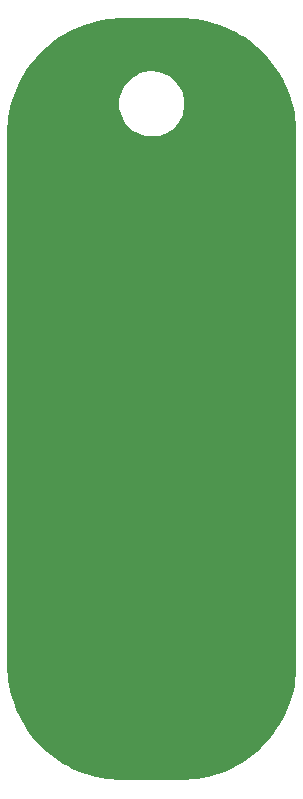
<source format=gbl>
G04 Layer: BottomLayer*
G04 EasyEDA v6.5.9, 2022-09-16 14:53:16*
G04 a67cddfb3fce44daa9051d46cbbcc19f,10*
G04 Gerber Generator version 0.2*
G04 Scale: 100 percent, Rotated: No, Reflected: No *
G04 Dimensions in millimeters *
G04 leading zeros omitted , absolute positions ,4 integer and 5 decimal *
%FSLAX45Y45*%
%MOMM*%

%ADD10C,0.6096*%

%LPD*%
G36*
X1000150Y25908D02*
G01*
X956056Y26924D01*
X912469Y29870D01*
X869035Y34747D01*
X825855Y41605D01*
X783031Y50393D01*
X740613Y61061D01*
X698754Y73660D01*
X657504Y88087D01*
X616966Y104394D01*
X577138Y122478D01*
X538226Y142341D01*
X500176Y163931D01*
X463194Y187198D01*
X427278Y212090D01*
X392480Y238556D01*
X358952Y266598D01*
X326694Y296113D01*
X295757Y326999D01*
X266293Y359308D01*
X238302Y392836D01*
X211836Y427634D01*
X186944Y463550D01*
X163677Y500583D01*
X142138Y538632D01*
X122275Y577545D01*
X104190Y617372D01*
X87934Y657961D01*
X73507Y699211D01*
X60960Y741070D01*
X50292Y783488D01*
X41554Y826312D01*
X34696Y869492D01*
X29819Y912926D01*
X26873Y956513D01*
X25908Y1000404D01*
X25908Y5499608D01*
X26924Y5543905D01*
X29870Y5587542D01*
X34747Y5630976D01*
X41605Y5674156D01*
X50393Y5716981D01*
X61061Y5759348D01*
X73660Y5801207D01*
X88087Y5842457D01*
X104394Y5883046D01*
X122478Y5922822D01*
X142341Y5961786D01*
X163931Y5999784D01*
X187198Y6036818D01*
X212090Y6072733D01*
X238556Y6107480D01*
X266598Y6141059D01*
X296113Y6173317D01*
X326999Y6204204D01*
X359308Y6233668D01*
X392836Y6261709D01*
X427634Y6288176D01*
X463550Y6313068D01*
X500583Y6336284D01*
X538632Y6357874D01*
X577545Y6377686D01*
X617372Y6395770D01*
X657961Y6412026D01*
X699211Y6426454D01*
X741070Y6439001D01*
X783488Y6449720D01*
X826312Y6458458D01*
X869492Y6465265D01*
X912926Y6470142D01*
X956513Y6473088D01*
X1000404Y6474053D01*
X1499819Y6474053D01*
X1543913Y6473088D01*
X1587550Y6470142D01*
X1630984Y6465214D01*
X1674164Y6458356D01*
X1716989Y6449618D01*
X1759356Y6438900D01*
X1801215Y6426301D01*
X1842465Y6411874D01*
X1883054Y6395567D01*
X1922830Y6377482D01*
X1961794Y6357670D01*
X1999792Y6336080D01*
X2036825Y6312814D01*
X2072741Y6287922D01*
X2107488Y6261404D01*
X2141067Y6233414D01*
X2173325Y6203899D01*
X2204212Y6172962D01*
X2233676Y6140704D01*
X2261717Y6107125D01*
X2288184Y6072378D01*
X2313076Y6036411D01*
X2336292Y5999378D01*
X2357882Y5961380D01*
X2377694Y5922416D01*
X2395778Y5882640D01*
X2412034Y5842050D01*
X2426462Y5800801D01*
X2439009Y5758891D01*
X2449728Y5716524D01*
X2458466Y5673699D01*
X2465273Y5630519D01*
X2470150Y5587085D01*
X2473096Y5543448D01*
X2474061Y5499608D01*
X2474061Y1000404D01*
X2473096Y956056D01*
X2470150Y912469D01*
X2465222Y869035D01*
X2458364Y825855D01*
X2449626Y783031D01*
X2438908Y740613D01*
X2426309Y698754D01*
X2411882Y657504D01*
X2395575Y616966D01*
X2377490Y577138D01*
X2357678Y538226D01*
X2336088Y500176D01*
X2312822Y463194D01*
X2287930Y427278D01*
X2261412Y392480D01*
X2233422Y358952D01*
X2203907Y326694D01*
X2172970Y295757D01*
X2140712Y266293D01*
X2107133Y238302D01*
X2072386Y211836D01*
X2036419Y186944D01*
X1999386Y163677D01*
X1961388Y142138D01*
X1922424Y122275D01*
X1882648Y104190D01*
X1842058Y87934D01*
X1800809Y73507D01*
X1758899Y60960D01*
X1716532Y50292D01*
X1673707Y41554D01*
X1630527Y34696D01*
X1587093Y29819D01*
X1543456Y26873D01*
X1499616Y25908D01*
G37*

%LPC*%
G36*
X1244244Y5474157D02*
G01*
X1267307Y5474614D01*
X1290320Y5477052D01*
X1312976Y5481370D01*
X1335278Y5487568D01*
X1356918Y5495645D01*
X1377797Y5505500D01*
X1397812Y5517032D01*
X1416812Y5530240D01*
X1434592Y5544972D01*
X1451102Y5561126D01*
X1466240Y5578602D01*
X1479804Y5597296D01*
X1491792Y5617057D01*
X1502054Y5637784D01*
X1510538Y5659272D01*
X1517243Y5681370D01*
X1522018Y5703976D01*
X1524914Y5726887D01*
X1525879Y5750001D01*
X1524914Y5773064D01*
X1522018Y5795975D01*
X1517243Y5818581D01*
X1510538Y5840730D01*
X1502054Y5862218D01*
X1491792Y5882894D01*
X1479804Y5902655D01*
X1466240Y5921349D01*
X1451102Y5938875D01*
X1434592Y5955030D01*
X1416812Y5969762D01*
X1397812Y5982919D01*
X1377797Y5994501D01*
X1356918Y6004306D01*
X1335278Y6012383D01*
X1312976Y6018580D01*
X1290320Y6022949D01*
X1267307Y6025337D01*
X1244244Y6025845D01*
X1221181Y6024372D01*
X1198321Y6021019D01*
X1175816Y6015736D01*
X1153820Y6008573D01*
X1132535Y5999632D01*
X1112062Y5988913D01*
X1092555Y5976518D01*
X1074115Y5962548D01*
X1056944Y5947105D01*
X1041146Y5930290D01*
X1026769Y5912154D01*
X1014018Y5892901D01*
X1002893Y5872683D01*
X993495Y5851550D01*
X985875Y5829757D01*
X980135Y5807354D01*
X976274Y5784545D01*
X974344Y5761532D01*
X974344Y5738418D01*
X976274Y5715406D01*
X980135Y5692648D01*
X985875Y5670245D01*
X993495Y5648401D01*
X1002893Y5627319D01*
X1014018Y5607050D01*
X1026769Y5587796D01*
X1041146Y5569712D01*
X1056944Y5552846D01*
X1074115Y5537403D01*
X1092555Y5523433D01*
X1112062Y5511038D01*
X1132535Y5500370D01*
X1153820Y5491378D01*
X1175816Y5484266D01*
X1198321Y5478983D01*
X1221181Y5475579D01*
G37*

%LPD*%
D10*
G01*
X2399995Y1199997D03*
G01*
X2399995Y1399997D03*
G01*
X2399995Y1599996D03*
G01*
X2399995Y1799996D03*
G01*
X2399995Y1999995D03*
G01*
X2399995Y2199995D03*
G01*
X2399995Y2399995D03*
G01*
X2399995Y2599994D03*
G01*
X2399995Y3199993D03*
G01*
X2399995Y2799994D03*
G01*
X2399995Y2999994D03*
G01*
X2399995Y3399993D03*
G01*
X2399995Y3599992D03*
G01*
X2399995Y3799992D03*
G01*
X2399995Y3999992D03*
G01*
X2399995Y4199991D03*
G01*
X2399995Y4399991D03*
G01*
X2399995Y4599990D03*
G01*
X2399995Y4799990D03*
G01*
X2399995Y4999989D03*
G01*
X2399995Y5199989D03*
G01*
X99999Y5199989D03*
G01*
X99999Y4999989D03*
G01*
X99999Y4799990D03*
G01*
X99999Y4599990D03*
G01*
X99999Y4399991D03*
G01*
X99999Y4199991D03*
G01*
X99999Y3999992D03*
G01*
X99999Y3799992D03*
G01*
X99999Y3599992D03*
G01*
X99999Y3399993D03*
G01*
X99999Y2999994D03*
G01*
X99999Y2799994D03*
G01*
X99999Y3199993D03*
G01*
X99999Y2599994D03*
G01*
X99999Y2399995D03*
G01*
X99999Y2199995D03*
G01*
X99999Y1999995D03*
G01*
X99999Y1799996D03*
G01*
X99999Y1599996D03*
G01*
X99999Y1399997D03*
G01*
X99999Y1199997D03*
M02*

</source>
